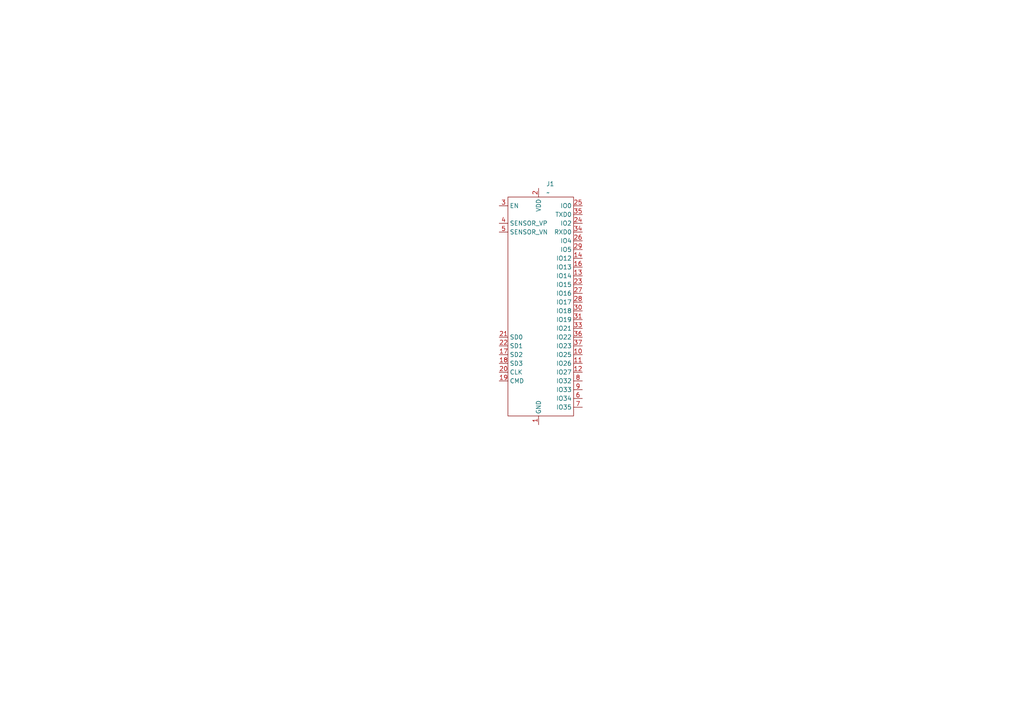
<source format=kicad_sch>
(kicad_sch (version 20231120) (generator "eeschema") (generator_version "8.0")
  (paper "A4")
  (lib_symbols
    (symbol "Alexander_Library_Symbols:ESP32-WROOM-32D-STACK"
      (property "Reference" "J" (at 0 0 0))
      (symbol "ESP32-WROOM-32D-STACK_0_1"
        (rectangle (start 0 -3.81) (end 19.05 -67.31))
      )
      (symbol "ESP32-WROOM-32D-STACK_1_1"
        (pin power_out line (at 8.89 -69.85 90) (length 2.54) (name "GND") (number "1"))
        (pin bidirectional line (at 21.59 -49.53 180) (length 2.54) (name "IO25") (number "10"))
        (pin bidirectional line (at 21.59 -52.07 180) (length 2.54) (name "IO26") (number "11"))
        (pin bidirectional line (at 21.59 -54.61 180) (length 2.54) (name "IO27") (number "12"))
        (pin bidirectional line (at 21.59 -26.67 180) (length 2.54) (name "IO14") (number "13"))
        (pin bidirectional line (at 21.59 -21.59 180) (length 2.54) (name "IO12") (number "14"))
        (pin bidirectional line (at 21.59 -24.13 180) (length 2.54) (name "IO13") (number "16"))
        (pin input line (at -2.54 -49.53 0) (length 2.54) (name "SD2") (number "17"))
        (pin input line (at -2.54 -52.07 0) (length 2.54) (name "SD3") (number "18"))
        (pin input line (at -2.54 -57.15 0) (length 2.54) (name "CMD") (number "19"))
        (pin power_in line (at 8.89 -1.27 270) (length 2.54) (name "VDD") (number "2"))
        (pin input line (at -2.54 -54.61 0) (length 2.54) (name "CLK") (number "20"))
        (pin input line (at -2.54 -44.45 0) (length 2.54) (name "SD0") (number "21"))
        (pin input line (at -2.54 -46.99 0) (length 2.54) (name "SD1") (number "22"))
        (pin bidirectional line (at 21.59 -29.21 180) (length 2.54) (name "IO15") (number "23"))
        (pin bidirectional line (at 21.59 -11.43 180) (length 2.54) (name "IO2") (number "24"))
        (pin bidirectional line (at 21.59 -6.35 180) (length 2.54) (name "IO0") (number "25"))
        (pin bidirectional line (at 21.59 -16.51 180) (length 2.54) (name "IO4") (number "26"))
        (pin bidirectional line (at 21.59 -31.75 180) (length 2.54) (name "IO16") (number "27"))
        (pin bidirectional line (at 21.59 -34.29 180) (length 2.54) (name "IO17") (number "28"))
        (pin bidirectional line (at 21.59 -19.05 180) (length 2.54) (name "IO5") (number "29"))
        (pin input line (at -2.54 -6.35 0) (length 2.54) (name "EN") (number "3"))
        (pin bidirectional line (at 21.59 -36.83 180) (length 2.54) (name "IO18") (number "30"))
        (pin bidirectional line (at 21.59 -39.37 180) (length 2.54) (name "IO19") (number "31"))
        (pin bidirectional line (at 21.59 -41.91 180) (length 2.54) (name "IO21") (number "33"))
        (pin input line (at 21.59 -13.97 180) (length 2.54) (name "RXD0") (number "34"))
        (pin output line (at 21.59 -8.89 180) (length 2.54) (name "TXD0") (number "35"))
        (pin bidirectional line (at 21.59 -44.45 180) (length 2.54) (name "IO22") (number "36"))
        (pin bidirectional line (at 21.59 -46.99 180) (length 2.54) (name "IO23") (number "37"))
        (pin input line (at -2.54 -11.43 0) (length 2.54) (name "SENSOR_VP") (number "4"))
        (pin input line (at -2.54 -13.97 0) (length 2.54) (name "SENSOR_VN") (number "5"))
        (pin bidirectional line (at 21.59 -62.23 180) (length 2.54) (name "IO34") (number "6"))
        (pin bidirectional line (at 21.59 -64.77 180) (length 2.54) (name "IO35") (number "7"))
        (pin bidirectional line (at 21.59 -57.15 180) (length 2.54) (name "IO32") (number "8"))
        (pin bidirectional line (at 21.59 -59.69 180) (length 2.54) (name "IO33") (number "9"))
      )
    )
  )
  (symbol (lib_id "Alexander_Library_Symbols:ESP32-WROOM-32D-STACK") (at 147.32 53.34 0) (unit 1)
    (property "Reference" "J1" (at 158.4041 53.34 0) (effects (justify left)))
    (property "Value" "~" (at 158.4041 55.88 0) (effects (justify left)))
    (property "Footprint" "Alexander Footprint Library:esp32-adapter-wide-breadboard" (effects (hide yes)))
    (property "Description" "Connector ESP32 WROOM 32D Module" (effects (hide yes)))
  )
)
</source>
